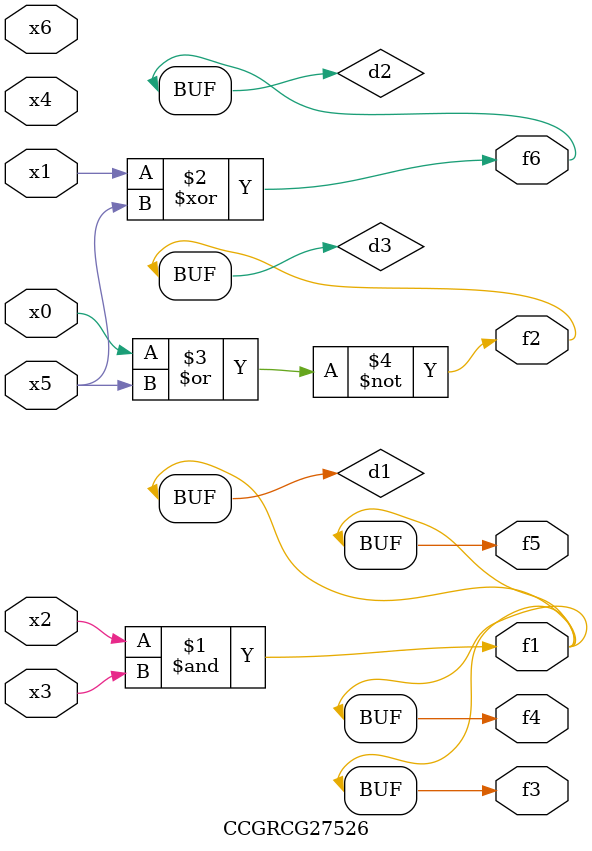
<source format=v>
module CCGRCG27526(
	input x0, x1, x2, x3, x4, x5, x6,
	output f1, f2, f3, f4, f5, f6
);

	wire d1, d2, d3;

	and (d1, x2, x3);
	xor (d2, x1, x5);
	nor (d3, x0, x5);
	assign f1 = d1;
	assign f2 = d3;
	assign f3 = d1;
	assign f4 = d1;
	assign f5 = d1;
	assign f6 = d2;
endmodule

</source>
